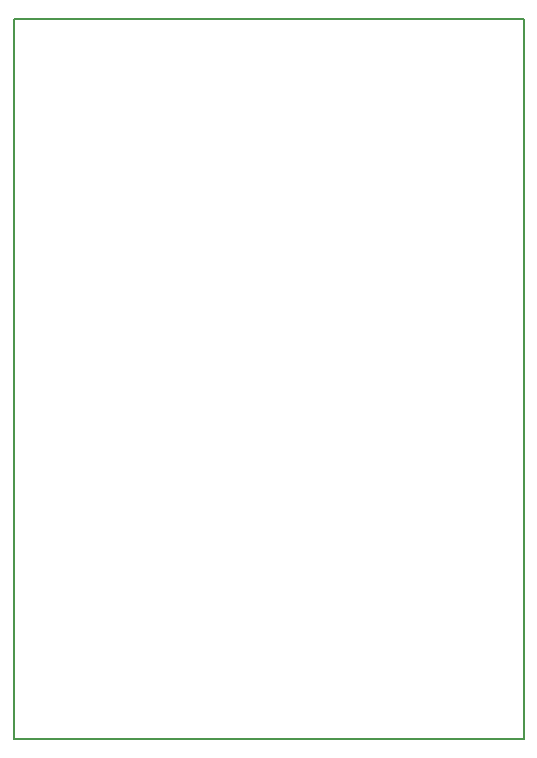
<source format=gko>
G04 DipTrace 2.3.1.0*
%INBoardOutline.gbr*%
%MOIN*%
%ADD11C,0.006*%
%FSLAX44Y44*%
G04*
G70*
G90*
G75*
G01*
%LNBoardOutline*%
%LPD*%
X3937Y3937D2*
D11*
X20937D1*
Y27937D1*
X3937D1*
Y3937D1*
M02*

</source>
